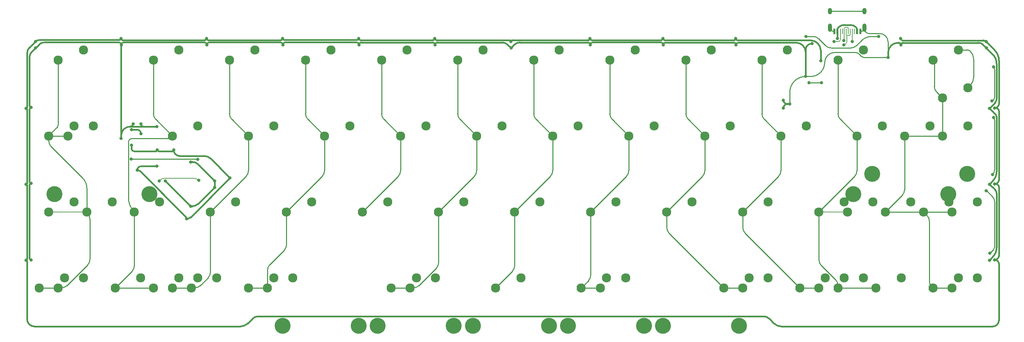
<source format=gbr>
%TF.GenerationSoftware,KiCad,Pcbnew,(7.0.0)*%
%TF.CreationDate,2024-05-15T17:05:44+02:00*%
%TF.ProjectId,forti usb port,666f7274-6920-4757-9362-20706f72742e,rev?*%
%TF.SameCoordinates,Original*%
%TF.FileFunction,Copper,L1,Top*%
%TF.FilePolarity,Positive*%
%FSLAX46Y46*%
G04 Gerber Fmt 4.6, Leading zero omitted, Abs format (unit mm)*
G04 Created by KiCad (PCBNEW (7.0.0)) date 2024-05-15 17:05:44*
%MOMM*%
%LPD*%
G01*
G04 APERTURE LIST*
%TA.AperFunction,SMDPad,CuDef*%
%ADD10R,0.600000X1.450000*%
%TD*%
%TA.AperFunction,SMDPad,CuDef*%
%ADD11R,0.280000X1.450000*%
%TD*%
%TA.AperFunction,ComponentPad*%
%ADD12O,1.000000X2.100000*%
%TD*%
%TA.AperFunction,ComponentPad*%
%ADD13O,1.000000X1.600000*%
%TD*%
%TA.AperFunction,ComponentPad*%
%ADD14C,2.300000*%
%TD*%
%TA.AperFunction,ComponentPad*%
%ADD15C,4.000000*%
%TD*%
%TA.AperFunction,ViaPad*%
%ADD16C,0.800000*%
%TD*%
%TA.AperFunction,Conductor*%
%ADD17C,0.200000*%
%TD*%
%TA.AperFunction,Conductor*%
%ADD18C,0.381000*%
%TD*%
%TA.AperFunction,Conductor*%
%ADD19C,0.250000*%
%TD*%
G04 APERTURE END LIST*
D10*
%TO.P,J1,A1,GND*%
%TO.N,GND*%
X237519114Y-31582499D03*
%TO.P,J1,A4,VBUS*%
%TO.N,VBUS*%
X236719114Y-31582499D03*
D11*
%TO.P,J1,A5,CC1*%
%TO.N,/CC1*%
X235519114Y-31582499D03*
%TO.P,J1,A6,D+*%
%TO.N,D_USB_P*%
X234519114Y-31582499D03*
%TO.P,J1,A7,D-*%
%TO.N,D_USB_N*%
X234019114Y-31582499D03*
%TO.P,J1,A8,SBU1*%
%TO.N,unconnected-(J1-SBU1-PadA8)*%
X233019114Y-31582499D03*
D10*
%TO.P,J1,A9,VBUS*%
%TO.N,VBUS*%
X231819114Y-31582499D03*
%TO.P,J1,A12,GND*%
%TO.N,GND*%
X231019114Y-31582499D03*
%TO.P,J1,B1,GND*%
X231019114Y-31582499D03*
%TO.P,J1,B4,VBUS*%
%TO.N,VBUS*%
X231819114Y-31582499D03*
D11*
%TO.P,J1,B5,CC2*%
%TO.N,/CC2*%
X232519114Y-31582499D03*
%TO.P,J1,B6,D+*%
%TO.N,D_USB_P*%
X233519114Y-31582499D03*
%TO.P,J1,B7,D-*%
%TO.N,D_USB_N*%
X235019114Y-31582499D03*
%TO.P,J1,B8,SBU2*%
%TO.N,unconnected-(J1-SBU2-PadB8)*%
X236019114Y-31582499D03*
D10*
%TO.P,J1,B9,VBUS*%
%TO.N,VBUS*%
X236719114Y-31582499D03*
%TO.P,J1,B12,GND*%
%TO.N,GND*%
X237519114Y-31582499D03*
D12*
%TO.P,J1,S1,SHIELD*%
X238589114Y-30667499D03*
D13*
X238589114Y-26487499D03*
D12*
X229949114Y-30667499D03*
D13*
X229949114Y-26487499D03*
%TD*%
D14*
%TO.P,MX51,1,1*%
%TO.N,COL9*%
X227171250Y-95885000D03*
%TO.P,MX51,2,2*%
%TO.N,Net-(D45-A)*%
X233521250Y-93345000D03*
%TD*%
%TO.P,MX23,1,1*%
%TO.N,COL10*%
X236696250Y-57785000D03*
%TO.P,MX23,2,2*%
%TO.N,Net-(D23-A)*%
X243046250Y-55245000D03*
%TD*%
%TO.P,MX55,1,1*%
%TO.N,COL11*%
X255746250Y-95885000D03*
%TO.P,MX55,2,2*%
%TO.N,Net-(D47-A)*%
X262096250Y-93345000D03*
%TD*%
%TO.P,MX43,1,1*%
%TO.N,COL2*%
X70008750Y-95885000D03*
%TO.P,MX43,2,2*%
%TO.N,Net-(D39-A)*%
X76358750Y-93345000D03*
%TD*%
%TO.P,MXshift2.1,1,1*%
%TO.N,COL0*%
X43815000Y-76835000D03*
%TO.P,MXshift2.1,2,2*%
%TO.N,Net-(D25-A)*%
X50165000Y-74295000D03*
%TD*%
%TO.P,MX27,1,1*%
%TO.N,COL2*%
X74771250Y-76835000D03*
%TO.P,MX27,2,2*%
%TO.N,Net-(D27-A)*%
X81121250Y-74295000D03*
%TD*%
%TO.P,MX11,1,1*%
%TO.N,COL10*%
X231933750Y-38735000D03*
%TO.P,MX11,2,2*%
%TO.N,Net-(D11-A)*%
X238283750Y-36195000D03*
%TD*%
%TO.P,MX46,1,1*%
%TO.N,COL3*%
X84296250Y-95885000D03*
%TO.P,MX46,2,2*%
%TO.N,Net-(D40-A)*%
X90646250Y-93345000D03*
%TD*%
%TO.P,MXenter2.1,1,1*%
%TO.N,COL11*%
X248602500Y-57785000D03*
%TO.P,MXenter2.1,2,2*%
%TO.N,Net-(D24-A)*%
X254952500Y-55245000D03*
%TD*%
D15*
%TO.P,S2,*%
%TO.N,*%
X207168750Y-105410000D03*
X92868750Y-105410000D03*
%TD*%
D14*
%TO.P,MX49,1,1*%
%TO.N,COL8*%
X208121250Y-95885000D03*
%TO.P,MX49,2,2*%
%TO.N,Net-(D44-A)*%
X214471250Y-93345000D03*
%TD*%
%TO.P,MX31,1,1*%
%TO.N,COL6*%
X150971250Y-76835000D03*
%TO.P,MX31,2,2*%
%TO.N,Net-(D31-A)*%
X157321250Y-74295000D03*
%TD*%
%TO.P,MX16,1,1*%
%TO.N,COL3*%
X103346250Y-57785000D03*
%TO.P,MX16,2,2*%
%TO.N,Net-(D16-A)*%
X109696250Y-55245000D03*
%TD*%
%TO.P,MX38,1,1*%
%TO.N,COL11*%
X260508750Y-76835000D03*
%TO.P,MX38,2,2*%
%TO.N,Net-(D36-A)*%
X266858750Y-74295000D03*
%TD*%
%TO.P,MX35,1,1*%
%TO.N,COL10*%
X227171250Y-76835000D03*
%TO.P,MX35,2,2*%
%TO.N,Net-(D35-A)*%
X233521250Y-74295000D03*
%TD*%
%TO.P,MXsplit2.75(1)1,1,1*%
%TO.N,COL7*%
X167640000Y-95885000D03*
%TO.P,MXsplit2.75(1)1,2,2*%
%TO.N,Net-(D43-A)*%
X173990000Y-93345000D03*
%TD*%
D15*
%TO.P,shift2.2,*%
%TO.N,*%
X35718750Y-72390000D03*
X59531250Y-72390000D03*
%TD*%
D14*
%TO.P,MX8,1,1*%
%TO.N,COL7*%
X174783750Y-38735000D03*
%TO.P,MX8,2,2*%
%TO.N,Net-(D8-A)*%
X181133750Y-36195000D03*
%TD*%
%TO.P,MX13,1,1*%
%TO.N,COL0*%
X39052500Y-57785000D03*
%TO.P,MX13,2,2*%
%TO.N,Net-(D13-A)*%
X45402500Y-55245000D03*
%TD*%
%TO.P,MX32,1,1*%
%TO.N,COL7*%
X170021250Y-76835000D03*
%TO.P,MX32,2,2*%
%TO.N,Net-(D32-A)*%
X176371250Y-74295000D03*
%TD*%
%TO.P,MXISO1,1,1*%
%TO.N,COL11*%
X258127500Y-48260000D03*
%TO.P,MXISO1,2,2*%
%TO.N,Net-(D12-A)*%
X264477500Y-45720000D03*
%TD*%
%TO.P,MX21,1,1*%
%TO.N,COL8*%
X198596250Y-57785000D03*
%TO.P,MX21,2,2*%
%TO.N,Net-(D21-A)*%
X204946250Y-55245000D03*
%TD*%
%TO.P,MXsplit2.1,1,1*%
%TO.N,COL5*%
X124777500Y-95885000D03*
%TO.P,MXsplit2.1,2,2*%
%TO.N,Net-(D41-A)*%
X131127500Y-93345000D03*
%TD*%
%TO.P,MX4,1,1*%
%TO.N,COL3*%
X98583750Y-38735000D03*
%TO.P,MX4,2,2*%
%TO.N,Net-(D4-A)*%
X104933750Y-36195000D03*
%TD*%
%TO.P,MX45,1,1*%
%TO.N,COL3*%
X89058750Y-95885000D03*
%TO.P,MX45,2,2*%
%TO.N,Net-(D40-A)*%
X95408750Y-93345000D03*
%TD*%
%TO.P,MX30,1,1*%
%TO.N,COL5*%
X131921250Y-76835000D03*
%TO.P,MX30,2,2*%
%TO.N,Net-(D30-A)*%
X138271250Y-74295000D03*
%TD*%
%TO.P,MX1,1,1*%
%TO.N,COL0*%
X36671250Y-38735000D03*
%TO.P,MX1,2,2*%
%TO.N,Net-(D1-A)*%
X43021250Y-36195000D03*
%TD*%
%TO.P,MX34,1,1*%
%TO.N,COL9*%
X208121250Y-76835000D03*
%TO.P,MX34,2,2*%
%TO.N,Net-(D34-A)*%
X214471250Y-74295000D03*
%TD*%
%TO.P,MX25,1,1*%
%TO.N,COL0*%
X34290000Y-76835000D03*
%TO.P,MX25,2,2*%
%TO.N,Net-(D25-A)*%
X40640000Y-74295000D03*
%TD*%
D15*
%TO.P,enter2.1,*%
%TO.N,*%
X264318750Y-67310000D03*
X240506250Y-67310000D03*
%TD*%
D14*
%TO.P,MX29,1,1*%
%TO.N,COL4*%
X112871250Y-76835000D03*
%TO.P,MX29,2,2*%
%TO.N,Net-(D29-A)*%
X119221250Y-74295000D03*
%TD*%
%TO.P,MX53,1,1*%
%TO.N,COL10*%
X231933750Y-95885000D03*
%TO.P,MX53,2,2*%
%TO.N,Net-(D46-A)*%
X238283750Y-93345000D03*
%TD*%
%TO.P,MX22,1,1*%
%TO.N,COL9*%
X217646250Y-57785000D03*
%TO.P,MX22,2,2*%
%TO.N,Net-(D22-A)*%
X223996250Y-55245000D03*
%TD*%
%TO.P,MX17,1,1*%
%TO.N,COL4*%
X122396250Y-57785000D03*
%TO.P,MX17,2,2*%
%TO.N,Net-(D17-A)*%
X128746250Y-55245000D03*
%TD*%
%TO.P,MX47,1,1*%
%TO.N,COL6*%
X146208750Y-95885000D03*
%TO.P,MX47,2,2*%
%TO.N,Net-(D42-A)*%
X152558750Y-93345000D03*
%TD*%
D15*
%TO.P,S1,*%
%TO.N,*%
X135731250Y-105410000D03*
X111918750Y-105410000D03*
%TD*%
D14*
%TO.P,MX44,1,1*%
%TO.N,COL2*%
X65246250Y-95885000D03*
%TO.P,MX44,2,2*%
%TO.N,Net-(D39-A)*%
X71596250Y-93345000D03*
%TD*%
%TO.P,MX36,1,1*%
%TO.N,COL10*%
X234315000Y-76835000D03*
%TO.P,MX36,2,2*%
%TO.N,Net-(D35-A)*%
X240665000Y-74295000D03*
%TD*%
%TO.P,MX26,1,1*%
%TO.N,COL1*%
X55721250Y-76835000D03*
%TO.P,MX26,2,2*%
%TO.N,Net-(D26-A)*%
X62071250Y-74295000D03*
%TD*%
%TO.P,MX3,1,1*%
%TO.N,COL2*%
X79533750Y-38735000D03*
%TO.P,MX3,2,2*%
%TO.N,Net-(D3-A)*%
X85883750Y-36195000D03*
%TD*%
D15*
%TO.P,S4,*%
%TO.N,*%
X188118750Y-105410000D03*
X164306250Y-105410000D03*
%TD*%
D14*
%TO.P,MX37,1,1*%
%TO.N,COL11*%
X253365000Y-76835000D03*
%TO.P,MX37,2,2*%
%TO.N,Net-(D36-A)*%
X259715000Y-74295000D03*
%TD*%
%TO.P,MX24,1,1*%
%TO.N,COL11*%
X258127500Y-57785000D03*
%TO.P,MX24,2,2*%
%TO.N,Net-(D24-A)*%
X264477500Y-55245000D03*
%TD*%
D15*
%TO.P,S3,*%
%TO.N,*%
X183356250Y-105410000D03*
X159543750Y-105410000D03*
%TD*%
D14*
%TO.P,MX42,1,1*%
%TO.N,COL1*%
X60483750Y-95885000D03*
%TO.P,MX42,2,2*%
%TO.N,Net-(D38-A)*%
X66833750Y-93345000D03*
%TD*%
%TO.P,MX33,1,1*%
%TO.N,COL8*%
X189071250Y-76835000D03*
%TO.P,MX33,2,2*%
%TO.N,Net-(D33-A)*%
X195421250Y-74295000D03*
%TD*%
%TO.P,MX5,1,1*%
%TO.N,COL4*%
X117633750Y-38735000D03*
%TO.P,MX5,2,2*%
%TO.N,Net-(D5-A)*%
X123983750Y-36195000D03*
%TD*%
%TO.P,MX50,1,1*%
%TO.N,COL9*%
X222408750Y-95885000D03*
%TO.P,MX50,2,2*%
%TO.N,Net-(D45-A)*%
X228758750Y-93345000D03*
%TD*%
D15*
%TO.P,S5,*%
%TO.N,*%
X140493750Y-105410000D03*
X116681250Y-105410000D03*
%TD*%
D14*
%TO.P,MXsplit2.25(1)1,1,1*%
%TO.N,COL5*%
X120015000Y-95885000D03*
%TO.P,MXsplit2.25(1)1,2,2*%
%TO.N,Net-(D41-A)*%
X126365000Y-93345000D03*
%TD*%
%TO.P,MX28,1,1*%
%TO.N,COL3*%
X93821250Y-76835000D03*
%TO.P,MX28,2,2*%
%TO.N,Net-(D28-A)*%
X100171250Y-74295000D03*
%TD*%
%TO.P,MX18,1,1*%
%TO.N,COL5*%
X141446250Y-57785000D03*
%TO.P,MX18,2,2*%
%TO.N,Net-(D18-A)*%
X147796250Y-55245000D03*
%TD*%
%TO.P,MXcaps1,1,1*%
%TO.N,COL0*%
X34290000Y-57785000D03*
%TO.P,MXcaps1,2,2*%
%TO.N,Net-(D13-A)*%
X40640000Y-55245000D03*
%TD*%
%TO.P,MX40,1,1*%
%TO.N,COL0*%
X36671250Y-95885000D03*
%TO.P,MX40,2,2*%
%TO.N,Net-(D37-A)*%
X43021250Y-93345000D03*
%TD*%
%TO.P,MX15,1,1*%
%TO.N,COL2*%
X84296250Y-57785000D03*
%TO.P,MX15,2,2*%
%TO.N,Net-(D15-A)*%
X90646250Y-55245000D03*
%TD*%
%TO.P,MX54,1,1*%
%TO.N,COL11*%
X260508750Y-95885000D03*
%TO.P,MX54,2,2*%
%TO.N,Net-(D47-A)*%
X266858750Y-93345000D03*
%TD*%
%TO.P,MX39,1,1*%
%TO.N,COL0*%
X31908750Y-95885000D03*
%TO.P,MX39,2,2*%
%TO.N,Net-(D37-A)*%
X38258750Y-93345000D03*
%TD*%
D15*
%TO.P,shift2.1,*%
%TO.N,*%
X235743750Y-72390000D03*
X259556250Y-72390000D03*
%TD*%
D14*
%TO.P,MX10,1,1*%
%TO.N,COL9*%
X212883750Y-38735000D03*
%TO.P,MX10,2,2*%
%TO.N,Net-(D10-A)*%
X219233750Y-36195000D03*
%TD*%
%TO.P,MX9,1,1*%
%TO.N,COL8*%
X193833750Y-38735000D03*
%TO.P,MX9,2,2*%
%TO.N,Net-(D9-A)*%
X200183750Y-36195000D03*
%TD*%
%TO.P,MX52,1,1*%
%TO.N,COL10*%
X241458750Y-95885000D03*
%TO.P,MX52,2,2*%
%TO.N,Net-(D46-A)*%
X247808750Y-93345000D03*
%TD*%
%TO.P,MX20,1,1*%
%TO.N,COL7*%
X179546250Y-57785000D03*
%TO.P,MX20,2,2*%
%TO.N,Net-(D20-A)*%
X185896250Y-55245000D03*
%TD*%
%TO.P,MX6,1,1*%
%TO.N,COL5*%
X136683750Y-38735000D03*
%TO.P,MX6,2,2*%
%TO.N,Net-(D6-A)*%
X143033750Y-36195000D03*
%TD*%
%TO.P,MXshift2.2,1,1*%
%TO.N,COL11*%
X243840000Y-76835000D03*
%TO.P,MXshift2.2,2,2*%
%TO.N,Net-(D36-A)*%
X250190000Y-74295000D03*
%TD*%
%TO.P,MX12,1,1*%
%TO.N,COL11*%
X255746250Y-38735000D03*
%TO.P,MX12,2,2*%
%TO.N,Net-(D12-A)*%
X262096250Y-36195000D03*
%TD*%
%TO.P,MX19,1,1*%
%TO.N,COL6*%
X160496250Y-57785000D03*
%TO.P,MX19,2,2*%
%TO.N,Net-(D19-A)*%
X166846250Y-55245000D03*
%TD*%
%TO.P,MXsplit2.2,1,1*%
%TO.N,COL7*%
X172402500Y-95885000D03*
%TO.P,MXsplit2.2,2,2*%
%TO.N,Net-(D43-A)*%
X178752500Y-93345000D03*
%TD*%
%TO.P,MX7,1,1*%
%TO.N,COL6*%
X155733750Y-38735000D03*
%TO.P,MX7,2,2*%
%TO.N,Net-(D7-A)*%
X162083750Y-36195000D03*
%TD*%
%TO.P,MX14,1,1*%
%TO.N,COL1*%
X65246250Y-57785000D03*
%TO.P,MX14,2,2*%
%TO.N,Net-(D14-A)*%
X71596250Y-55245000D03*
%TD*%
%TO.P,MX48,1,1*%
%TO.N,COL8*%
X203358750Y-95885000D03*
%TO.P,MX48,2,2*%
%TO.N,Net-(D44-A)*%
X209708750Y-93345000D03*
%TD*%
%TO.P,MX41,1,1*%
%TO.N,COL1*%
X50958750Y-95885000D03*
%TO.P,MX41,2,2*%
%TO.N,Net-(D38-A)*%
X57308750Y-93345000D03*
%TD*%
%TO.P,MX2,1,1*%
%TO.N,COL1*%
X60483750Y-38735000D03*
%TO.P,MX2,2,2*%
%TO.N,Net-(D2-A)*%
X66833750Y-36195000D03*
%TD*%
D16*
%TO.N,/CC2*%
X230981250Y-34131250D03*
%TO.N,GND*%
X225397677Y-34623544D03*
%TO.N,ROW0*%
X227806250Y-44450000D03*
X224635000Y-44450000D03*
%TO.N,ROW1*%
X71558211Y-63675454D03*
X54956738Y-63571782D03*
%TO.N,GND*%
X223837500Y-42862500D03*
X247684500Y-34925000D03*
X131003250Y-34925000D03*
X29883814Y-50642812D03*
X61383494Y-65360784D03*
X218273122Y-48819724D03*
X30990750Y-35718750D03*
X61335259Y-55462097D03*
X92903250Y-34925000D03*
X52411566Y-58375816D03*
X29883814Y-69692812D03*
X29883814Y-88865500D03*
X269875000Y-69884500D03*
X269115750Y-35718750D03*
X55007705Y-60122198D03*
X73853250Y-34925000D03*
X269875000Y-88934500D03*
X244475000Y-38100000D03*
X111953250Y-34925000D03*
X52422000Y-34925000D03*
X219874863Y-49742270D03*
X57354816Y-54768750D03*
X65570925Y-61316672D03*
X269875000Y-50834500D03*
X206409500Y-34925000D03*
X79670438Y-68278415D03*
X150053250Y-35718750D03*
X61475875Y-61238510D03*
X188153250Y-34925000D03*
X55405816Y-54768750D03*
X68830511Y-78563503D03*
X169897000Y-34925000D03*
X56445750Y-66353872D03*
X218281250Y-50800000D03*
%TO.N,+5V*%
X55025604Y-56208449D03*
X269046750Y-34131250D03*
X149984250Y-34131250D03*
X227618366Y-38893750D03*
X57354816Y-57173331D03*
X52353000Y-33337500D03*
X188084250Y-33337500D03*
X247615500Y-33337500D03*
X28575000Y-50834500D03*
X169828000Y-33337500D03*
X73784250Y-33337500D03*
X28575000Y-69884500D03*
X271188102Y-88843284D03*
X92834250Y-33337500D03*
X130934250Y-33337500D03*
X28575000Y-88934500D03*
X30921750Y-34131250D03*
X111884250Y-33337500D03*
X271175292Y-50765500D03*
X206340500Y-33337500D03*
X271164078Y-69815500D03*
%TO.N,+3V3*%
X69850000Y-64293750D03*
X69850000Y-75406250D03*
X63500000Y-69056250D03*
X75828969Y-69056250D03*
X75828969Y-70643750D03*
%TO.N,VBUS*%
X231805189Y-33352069D03*
%TO.N,/CC1*%
X235519115Y-34131250D03*
%TO.N,D_USB_P*%
X233362500Y-33804800D03*
%TO.N,D_USB_N*%
X233362500Y-34925000D03*
%TO.N,BOOT0*%
X71850104Y-68930176D03*
X61912500Y-69056250D03*
%TO.N,Net-(LED13-DOUT)*%
X223871660Y-32817034D03*
X242122573Y-32818685D03*
%TO.N,Net-(LED15-DOUT)*%
X270885250Y-40481250D03*
X270495777Y-49011973D03*
%TO.N,Net-(LED16-DOUT)*%
X270885250Y-53181250D03*
X270668750Y-67468750D03*
%TO.N,Net-(LED17-DOUT)*%
X269960000Y-87218558D03*
X269081250Y-71531750D03*
%TD*%
D17*
%TO.N,/CC1*%
X235519115Y-34131250D02*
X235519115Y-31582500D01*
%TO.N,/CC2*%
X232519115Y-33628093D02*
X232519115Y-31582500D01*
X230981250Y-34131250D02*
X232015958Y-34131250D01*
X232015958Y-34131215D02*
G75*
G03*
X232519115Y-33628093I42J503115D01*
G01*
%TO.N,D_USB_P*%
X233519115Y-31582500D02*
X233519115Y-33648185D01*
X233362500Y-33804815D02*
G75*
G03*
X233519115Y-33648185I0J156615D01*
G01*
X234519115Y-31582500D02*
X234519115Y-30784514D01*
X234519100Y-30784514D02*
G75*
G03*
X234292101Y-30557500I-227000J14D01*
G01*
X233720763Y-30557500D02*
X234292101Y-30557500D01*
X233720763Y-30557415D02*
G75*
G03*
X233519115Y-30759148I37J-201685D01*
G01*
X233519115Y-31582500D02*
X233519115Y-30759148D01*
%TO.N,D_USB_N*%
X234156250Y-34131250D02*
X234156250Y-32671250D01*
X234220000Y-32607550D02*
G75*
G03*
X234156250Y-32671250I0J-63750D01*
G01*
X233362500Y-34924950D02*
G75*
G03*
X234156250Y-34131250I0J793750D01*
G01*
X234803206Y-32607515D02*
G75*
G03*
X235019115Y-32391591I-6J215915D01*
G01*
X235019115Y-31582500D02*
X235019115Y-32391591D01*
X234220000Y-32607500D02*
X234803206Y-32607500D01*
X234019100Y-32406615D02*
G75*
G03*
X234220000Y-32607500I200900J15D01*
G01*
X234019115Y-31582500D02*
X234019115Y-32406615D01*
D18*
%TO.N,GND*%
X223837500Y-42862500D02*
X223837500Y-36762969D01*
X206952470Y-34382000D02*
G75*
G03*
X206409500Y-34925000I30J-543000D01*
G01*
X223837570Y-36762969D02*
G75*
G03*
X221456561Y-34382030I-2380970J-31D01*
G01*
X221456561Y-34382030D02*
X206952470Y-34382030D01*
X223824285Y-36512500D02*
X223824285Y-36196960D01*
X225397677Y-34623585D02*
G75*
G03*
X223824285Y-36196960I23J-1573415D01*
G01*
D19*
X238589115Y-30667500D02*
X238589115Y-30970300D01*
D18*
%TO.N,VBUS*%
X231805189Y-33352069D02*
X231805189Y-31175709D01*
X232076010Y-30521893D02*
G75*
G03*
X231805189Y-31175709I653790J-653807D01*
G01*
D19*
%TO.N,GND*%
X229949115Y-26487500D02*
X238589115Y-26487500D01*
D18*
%TO.N,VBUS*%
X233490222Y-29936120D02*
G75*
G03*
X232076009Y-30521892I-22J-1999980D01*
G01*
D19*
%TO.N,ROW0*%
X224635000Y-44450000D02*
X227806250Y-44450000D01*
%TO.N,Net-(D12-A)*%
X265906250Y-38516476D02*
X265906250Y-43056465D01*
X265033125Y-45164375D02*
X264477500Y-45720000D01*
X262096250Y-36195000D02*
X264258294Y-36195000D01*
X265906259Y-38516476D02*
G75*
G03*
X265086814Y-36538186I-2797759J-24D01*
G01*
X265033146Y-45164396D02*
G75*
G03*
X265906250Y-43056465I-2107946J2107896D01*
G01*
X265086817Y-36538183D02*
G75*
G03*
X264258294Y-36195000I-828517J-828517D01*
G01*
%TO.N,ROW1*%
X71451507Y-63568750D02*
X71558211Y-63675454D01*
X55041176Y-63568750D02*
X71451507Y-63568750D01*
X55041176Y-63568750D02*
X54964057Y-63568750D01*
X54964057Y-63568720D02*
G75*
G03*
X54956738Y-63571782I43J-10380D01*
G01*
%TO.N,COL0*%
X44022963Y-90120787D02*
X38844536Y-95299214D01*
X34290000Y-57785000D02*
X39052500Y-57785000D01*
X43815000Y-70861007D02*
X43815000Y-76835000D01*
X36446495Y-55496495D02*
X34383346Y-57559644D01*
X36671250Y-95885000D02*
X31908750Y-95885000D01*
D17*
X34290000Y-76835000D02*
X43815000Y-76835000D01*
D19*
X34290000Y-57785000D02*
X34290000Y-59036704D01*
X44608750Y-78751282D02*
X44608750Y-88706573D01*
X31908750Y-95885000D02*
X37430323Y-95885000D01*
X34875787Y-60450918D02*
X42774934Y-68350066D01*
X36671250Y-38735000D02*
X36671250Y-54953889D01*
X34383346Y-57559644D02*
G75*
G03*
X34290000Y-57785000I225354J-225356D01*
G01*
X43814996Y-70861007D02*
G75*
G03*
X42774933Y-68350067I-3550996J7D01*
G01*
X34289998Y-59036704D02*
G75*
G03*
X34875788Y-60450917I2000002J4D01*
G01*
X44608757Y-78751282D02*
G75*
G03*
X43815000Y-76835000I-2710057J-18D01*
G01*
X37430323Y-95885016D02*
G75*
G03*
X38844536Y-95299214I-23J2000016D01*
G01*
X36446498Y-55496498D02*
G75*
G03*
X36671250Y-54953889I-542598J542598D01*
G01*
X44022966Y-90120790D02*
G75*
G03*
X44608750Y-88706573I-1414166J1414190D01*
G01*
%TO.N,COL1*%
X54231738Y-73239000D02*
X54231738Y-59391482D01*
X60483750Y-95885000D02*
X50958750Y-95885000D01*
X60483750Y-38735000D02*
X60483750Y-52194073D01*
X55135463Y-91708287D02*
X50958750Y-95885000D01*
X55721250Y-76835000D02*
X55721250Y-90294073D01*
X61069537Y-53608287D02*
X65246250Y-57785000D01*
X55203220Y-58420000D02*
X64611250Y-58420000D01*
X54231724Y-73239000D02*
G75*
G03*
X55721250Y-76835000I5085476J0D01*
G01*
X55203220Y-58420038D02*
G75*
G03*
X54231738Y-59391482I-20J-971462D01*
G01*
X60483755Y-52194073D02*
G75*
G03*
X61069537Y-53608287I1999945J-27D01*
G01*
X55135466Y-91708290D02*
G75*
G03*
X55721250Y-90294073I-1414166J1414190D01*
G01*
X64611250Y-58419950D02*
G75*
G03*
X65246250Y-57785000I50J634950D01*
G01*
%TO.N,COL2*%
X74185463Y-93334632D02*
X72220881Y-95299214D01*
X80119537Y-53608287D02*
X84296250Y-57785000D01*
X74771250Y-76835000D02*
X74771250Y-91920418D01*
X70008750Y-95885000D02*
X65246250Y-95885000D01*
X84296250Y-57785000D02*
X84296250Y-66481573D01*
X83710463Y-67895787D02*
X74771250Y-76835000D01*
X79533750Y-38735000D02*
X79533750Y-52194073D01*
X70806668Y-95885000D02*
X70008750Y-95885000D01*
X79533755Y-52194073D02*
G75*
G03*
X80119537Y-53608287I1999945J-27D01*
G01*
X70806668Y-95884977D02*
G75*
G03*
X72220881Y-95299214I32J1999977D01*
G01*
X83710466Y-67895790D02*
G75*
G03*
X84296250Y-66481573I-1414166J1414190D01*
G01*
X74185444Y-93334613D02*
G75*
G03*
X74771250Y-91920418I-1414144J1414213D01*
G01*
%TO.N,COL3*%
X99169537Y-53608287D02*
X103346250Y-57785000D01*
X93235463Y-86453156D02*
X89644536Y-90044083D01*
X98583750Y-38735000D02*
X98583750Y-52194073D01*
X93821250Y-76835000D02*
X93821250Y-85038942D01*
X103346250Y-57785000D02*
X103346250Y-66481573D01*
X89058750Y-95885000D02*
X84296250Y-95885000D01*
X89058750Y-91458296D02*
X89058750Y-95885000D01*
X102760463Y-67895787D02*
X93821250Y-76835000D01*
X93235432Y-86453125D02*
G75*
G03*
X93821250Y-85038942I-1414132J1414225D01*
G01*
X102760466Y-67895790D02*
G75*
G03*
X103346250Y-66481573I-1414166J1414190D01*
G01*
X89644548Y-90044095D02*
G75*
G03*
X89058750Y-91458296I1414152J-1414205D01*
G01*
X98583755Y-52194073D02*
G75*
G03*
X99169537Y-53608287I1999945J-27D01*
G01*
%TO.N,COL4*%
X117633750Y-38735000D02*
X117633750Y-52194073D01*
X118219537Y-53608287D02*
X122396250Y-57785000D01*
X121810463Y-67895787D02*
X112871250Y-76835000D01*
X122396250Y-57785000D02*
X122396250Y-66481573D01*
X117633755Y-52194073D02*
G75*
G03*
X118219537Y-53608287I1999945J-27D01*
G01*
X121810466Y-67895790D02*
G75*
G03*
X122396250Y-66481573I-1414166J1414190D01*
G01*
%TO.N,COL5*%
X124777500Y-95885000D02*
X120015000Y-95885000D01*
X131335463Y-90953382D02*
X126989631Y-95299214D01*
X141446250Y-57785000D02*
X141446250Y-66481573D01*
X137269537Y-53608287D02*
X141446250Y-57785000D01*
X131921250Y-76835000D02*
X131921250Y-89539168D01*
X125575418Y-95885000D02*
X124777500Y-95885000D01*
X140860463Y-67895787D02*
X131921250Y-76835000D01*
X136683750Y-38735000D02*
X136683750Y-52194073D01*
X125575418Y-95885012D02*
G75*
G03*
X126989631Y-95299214I-18J2000012D01*
G01*
X131335469Y-90953388D02*
G75*
G03*
X131921250Y-89539168I-1414169J1414188D01*
G01*
X136683755Y-52194073D02*
G75*
G03*
X137269537Y-53608287I1999945J-27D01*
G01*
X140860466Y-67895790D02*
G75*
G03*
X141446250Y-66481573I-1414166J1414190D01*
G01*
%TO.N,COL6*%
X150385463Y-91708287D02*
X146208750Y-95885000D01*
X150971250Y-76835000D02*
X150971250Y-90294073D01*
X159910463Y-67895787D02*
X150971250Y-76835000D01*
X156319537Y-53608287D02*
X160496250Y-57785000D01*
X155733750Y-38735000D02*
X155733750Y-52194073D01*
X160496250Y-57785000D02*
X160496250Y-66481573D01*
X150385466Y-91708290D02*
G75*
G03*
X150971250Y-90294073I-1414166J1414190D01*
G01*
X155733755Y-52194073D02*
G75*
G03*
X156319537Y-53608287I1999945J-27D01*
G01*
X159910466Y-67895790D02*
G75*
G03*
X160496250Y-66481573I-1414166J1414190D01*
G01*
%TO.N,COL7*%
X175369537Y-53608287D02*
X179546250Y-57785000D01*
X178960463Y-67895787D02*
X170021250Y-76835000D01*
X170021250Y-76835000D02*
X170021250Y-92675323D01*
X174783750Y-38735000D02*
X174783750Y-52194073D01*
X179546250Y-57785000D02*
X179546250Y-66481573D01*
X167640000Y-95885000D02*
X172402500Y-95885000D01*
X169435463Y-94089537D02*
X167640000Y-95885000D01*
X169435441Y-94089515D02*
G75*
G03*
X170021250Y-92675323I-1414141J1414215D01*
G01*
X174783755Y-52194073D02*
G75*
G03*
X175369537Y-53608287I1999945J-27D01*
G01*
X178960466Y-67895790D02*
G75*
G03*
X179546250Y-66481573I-1414166J1414190D01*
G01*
%TO.N,COL8*%
X198596250Y-57785000D02*
X198596250Y-66481573D01*
X203358750Y-95885000D02*
X208121250Y-95885000D01*
X189657037Y-82183287D02*
X203358750Y-95885000D01*
X193833750Y-38735000D02*
X193833750Y-52194073D01*
X194419537Y-53608287D02*
X198596250Y-57785000D01*
X198010463Y-67895787D02*
X189071250Y-76835000D01*
X189071250Y-76835000D02*
X189071250Y-80769073D01*
X189071255Y-80769073D02*
G75*
G03*
X189657037Y-82183287I1999945J-27D01*
G01*
X193833755Y-52194073D02*
G75*
G03*
X194419537Y-53608287I1999945J-27D01*
G01*
X198010466Y-67895790D02*
G75*
G03*
X198596250Y-66481573I-1414166J1414190D01*
G01*
%TO.N,COL9*%
X208121250Y-76835000D02*
X208121250Y-80769073D01*
X217646250Y-57785000D02*
X217646250Y-66481573D01*
X217060463Y-67895787D02*
X208121250Y-76835000D01*
X212883750Y-38735000D02*
X212883750Y-52194073D01*
X222408750Y-95885000D02*
X227171250Y-95885000D01*
X213469537Y-53608287D02*
X217646250Y-57785000D01*
X208707037Y-82183287D02*
X222408750Y-95885000D01*
X217060466Y-67895790D02*
G75*
G03*
X217646250Y-66481573I-1414166J1414190D01*
G01*
X212883755Y-52194073D02*
G75*
G03*
X213469537Y-53608287I1999945J-27D01*
G01*
X208121255Y-80769073D02*
G75*
G03*
X208707037Y-82183287I1999945J-27D01*
G01*
%TO.N,COL10*%
X227757037Y-90257321D02*
X231347964Y-93848248D01*
X236110463Y-67895787D02*
X227171250Y-76835000D01*
X231933750Y-38735000D02*
X231933750Y-52194073D01*
X231933750Y-95885000D02*
X241458750Y-95885000D01*
D17*
X227171250Y-76835000D02*
X234315000Y-76835000D01*
D19*
X231933750Y-95262461D02*
X231933750Y-95885000D01*
X236696250Y-57785000D02*
X236696250Y-66481573D01*
X227171250Y-76835000D02*
X227171250Y-88843107D01*
X232519537Y-53608287D02*
X236696250Y-57785000D01*
X231933755Y-52194073D02*
G75*
G03*
X232519537Y-53608287I1999945J-27D01*
G01*
X227171231Y-88843107D02*
G75*
G03*
X227757037Y-90257321I1999969J7D01*
G01*
X236110466Y-67895790D02*
G75*
G03*
X236696250Y-66481573I-1414166J1414190D01*
G01*
X231933792Y-95262461D02*
G75*
G03*
X231347964Y-93848248I-1999992J-39D01*
G01*
%TO.N,COL11*%
X248602500Y-57785000D02*
X248602500Y-71244073D01*
X256051400Y-45355473D02*
X256051400Y-39687500D01*
X254806100Y-79104527D02*
X254806100Y-94116423D01*
X243840000Y-76835000D02*
X253365000Y-76835000D01*
X256051400Y-39687500D02*
X256051400Y-38735000D01*
X248016713Y-72658287D02*
X243840000Y-76835000D01*
X255391887Y-95530637D02*
X255746250Y-95885000D01*
X253365000Y-76835000D02*
X254220314Y-77690314D01*
X256637187Y-46769687D02*
X258127500Y-48260000D01*
X255746250Y-95885000D02*
X260508750Y-95885000D01*
X253365000Y-76835000D02*
X260508750Y-76835000D01*
X248602500Y-57785000D02*
X258127500Y-57785000D01*
X258127500Y-48260000D02*
X258127500Y-57785000D01*
X254806080Y-79104527D02*
G75*
G03*
X254220313Y-77690315I-1999980J27D01*
G01*
X254806084Y-94116423D02*
G75*
G03*
X255391887Y-95530637I2000016J23D01*
G01*
X256051420Y-45355473D02*
G75*
G03*
X256637188Y-46769686I1999980J-27D01*
G01*
X248016727Y-72658301D02*
G75*
G03*
X248602500Y-71244073I-1414227J1414201D01*
G01*
D18*
%TO.N,GND*%
X61291111Y-55417949D02*
X57943750Y-55417949D01*
X69777679Y-78171173D02*
X79670438Y-68278415D01*
X271675250Y-66685240D02*
X271675250Y-54270741D01*
X271675750Y-54253919D02*
X271675749Y-52965834D01*
D19*
X237519115Y-31549800D02*
X237674115Y-31549800D01*
X244475000Y-38100000D02*
X238514178Y-38100000D01*
D18*
X72409094Y-34309094D02*
X73237344Y-34309094D01*
X219338980Y-49742270D02*
X219874863Y-49742270D01*
D19*
X236163100Y-36830000D02*
X231140000Y-36830000D01*
D18*
X72405476Y-34305653D02*
X53041347Y-34305653D01*
X152287183Y-34313244D02*
X169285244Y-34313244D01*
D19*
X237306324Y-37303539D02*
X237811884Y-37809100D01*
D18*
X248209720Y-34399780D02*
X267078402Y-34399780D01*
X268304750Y-34907750D02*
X269115750Y-35718750D01*
X150053250Y-35718750D02*
X150872969Y-34899031D01*
D19*
X223837500Y-42862500D02*
X225107500Y-42862500D01*
D18*
X31767250Y-34942250D02*
X31835140Y-34874360D01*
X29450635Y-51075991D02*
X29450635Y-69259633D01*
X31767250Y-34942250D02*
X30990750Y-35718750D01*
X269875000Y-50834500D02*
X271240025Y-49469475D01*
X110499984Y-34299984D02*
X110503444Y-34303444D01*
X29446365Y-70130261D02*
X29446365Y-88428051D01*
X112556950Y-34321300D02*
X130399550Y-34321300D01*
X52411566Y-57704551D02*
X52411566Y-57943750D01*
X57354816Y-54768750D02*
X57354816Y-54829015D01*
X74911011Y-63518989D02*
X79670438Y-68278415D01*
X110503444Y-34303444D02*
X111331694Y-34303444D01*
X33249354Y-34288573D02*
X51785573Y-34288573D01*
D19*
X231019115Y-31549800D02*
X230864115Y-31549800D01*
D18*
X54768750Y-55417949D02*
X54698168Y-55417949D01*
D19*
X244475000Y-38100000D02*
X244475000Y-34188091D01*
D18*
X271288816Y-71298316D02*
X269875000Y-69884500D01*
X269875000Y-69884500D02*
X270686000Y-69073500D01*
X271675250Y-48418750D02*
X271675250Y-39714595D01*
X247159280Y-34399780D02*
X247010456Y-34399780D01*
X170512551Y-34309449D02*
X187537699Y-34309449D01*
X57173464Y-66651536D02*
X68650255Y-78128327D01*
D19*
X239712500Y-32093685D02*
X242380594Y-32093685D01*
D18*
X61877865Y-61640500D02*
X65247097Y-61640500D01*
X54973355Y-60917299D02*
X54973355Y-60156548D01*
X52411566Y-34950189D02*
X52411566Y-57943750D01*
D19*
X219874863Y-49742270D02*
X219874863Y-46825137D01*
D18*
X270675064Y-37299936D02*
X269131216Y-35756088D01*
X271675250Y-54270741D02*
X271675750Y-54253919D01*
X31767250Y-34942250D02*
X30031667Y-36677833D01*
X269875000Y-50834500D02*
X271441990Y-52401490D01*
X29445881Y-38092046D02*
X29445881Y-50204879D01*
X110499782Y-34299959D02*
X93528291Y-34299959D01*
X57943750Y-55417949D02*
X54768750Y-55417949D01*
X61475875Y-61238510D02*
X61475875Y-61263979D01*
X52411566Y-57943750D02*
X52411566Y-58375816D01*
X269875000Y-88934500D02*
X270686000Y-88123500D01*
X150053250Y-35718750D02*
X149244917Y-34910417D01*
X219195668Y-49742270D02*
X219874863Y-49742270D01*
X244475000Y-38100000D02*
X244475000Y-36935236D01*
X271675250Y-85735240D02*
X271675250Y-72231250D01*
X74468801Y-34309449D02*
X92287699Y-34309449D01*
X56445750Y-66353872D02*
X56454840Y-66353872D01*
X55405816Y-54768750D02*
X55405816Y-54780883D01*
X61335259Y-55462097D02*
X61291111Y-55417949D01*
X147830704Y-34324631D02*
X131603619Y-34324631D01*
D19*
X52411566Y-58375816D02*
X52411566Y-57797182D01*
D18*
X57438838Y-65360784D02*
X61383494Y-65360784D01*
X61088102Y-61651752D02*
X55707808Y-61651752D01*
X72405684Y-34305684D02*
X72409094Y-34309094D01*
X188741767Y-34336483D02*
X205820983Y-34336483D01*
X67035535Y-62781282D02*
X73130029Y-62781282D01*
X188741767Y-34336450D02*
G75*
G03*
X188153250Y-34925000I33J-588550D01*
G01*
X112556950Y-34321250D02*
G75*
G03*
X111953250Y-34925000I50J-603750D01*
G01*
X54768750Y-55417916D02*
G75*
G03*
X55405816Y-54780883I50J637016D01*
G01*
X111953256Y-34925000D02*
G75*
G03*
X111331694Y-34303444I-621556J0D01*
G01*
X170512551Y-34309400D02*
G75*
G03*
X169897000Y-34925000I49J-615600D01*
G01*
X188153251Y-34925000D02*
G75*
G03*
X187537699Y-34309449I-615551J0D01*
G01*
X29883814Y-69692865D02*
G75*
G03*
X29446365Y-70130261I-14J-437435D01*
G01*
D19*
X225107500Y-42862500D02*
G75*
G03*
X228600000Y-39370000I0J3492500D01*
G01*
X244475015Y-34188091D02*
G75*
G03*
X242380594Y-32093685I-2094415J-9D01*
G01*
D18*
X271675711Y-52965834D02*
G75*
G03*
X271441990Y-52401490I-798111J34D01*
G01*
X269115770Y-35718750D02*
G75*
G03*
X269131216Y-35756088I52730J-50D01*
G01*
X55007705Y-60122155D02*
G75*
G03*
X54973355Y-60156548I-5J-34345D01*
G01*
X33249354Y-34288549D02*
G75*
G03*
X31835140Y-34874360I46J-2000051D01*
G01*
D19*
X231140000Y-36830000D02*
G75*
G03*
X228600000Y-39370000I0J-2540000D01*
G01*
D18*
X61475900Y-61238510D02*
G75*
G03*
X61877865Y-61640500I402000J10D01*
G01*
X57354851Y-54829015D02*
G75*
G03*
X57943750Y-55417949I588949J15D01*
G01*
X29450588Y-69259633D02*
G75*
G03*
X29883814Y-69692812I433212J33D01*
G01*
D19*
X237674115Y-31549815D02*
G75*
G03*
X238589115Y-30634800I-15J915015D01*
G01*
D18*
X61088102Y-61651775D02*
G75*
G03*
X61475875Y-61263979I-2J387775D01*
G01*
D19*
X229949100Y-30634800D02*
G75*
G03*
X230864115Y-31549800I915000J0D01*
G01*
D18*
X149244909Y-34910425D02*
G75*
G03*
X147830704Y-34324631I-1414209J-1414175D01*
G01*
X270685989Y-69073489D02*
G75*
G03*
X271675250Y-66685240I-2388289J2388289D01*
G01*
X218273130Y-48819724D02*
G75*
G03*
X219195668Y-49742270I922570J24D01*
G01*
D19*
X223837500Y-42862463D02*
G75*
G03*
X219874863Y-46825137I0J-3962637D01*
G01*
D18*
X52422027Y-34925000D02*
G75*
G03*
X51785573Y-34288573I-636427J0D01*
G01*
X270685989Y-88123489D02*
G75*
G03*
X271675250Y-85735240I-2388289J2388289D01*
G01*
X68830514Y-78563503D02*
G75*
G03*
X68650254Y-78128328I-615414J3D01*
G01*
X73853206Y-34925000D02*
G75*
G03*
X73237344Y-34309094I-615906J0D01*
G01*
D19*
X238589115Y-30970300D02*
G75*
G03*
X239712500Y-32093685I1123385J0D01*
G01*
D18*
X271675290Y-72231250D02*
G75*
G03*
X271288816Y-71298316I-1319390J-50D01*
G01*
D19*
X237811894Y-37809090D02*
G75*
G03*
X238514178Y-38100000I702306J702290D01*
G01*
D18*
X219338980Y-49742250D02*
G75*
G03*
X218281250Y-50800000I20J-1057750D01*
G01*
X74468801Y-34309450D02*
G75*
G03*
X73853250Y-34925000I-1J-615550D01*
G01*
X93528291Y-34299950D02*
G75*
G03*
X92903250Y-34925000I9J-625050D01*
G01*
X29883814Y-50642835D02*
G75*
G03*
X29450635Y-51075991I-14J-433165D01*
G01*
X271240050Y-49469500D02*
G75*
G03*
X271675250Y-48418750I-1050750J1050700D01*
G01*
X268304749Y-34907751D02*
G75*
G03*
X267078402Y-34399780I-1226349J-1226349D01*
G01*
X57438838Y-65360850D02*
G75*
G03*
X56445750Y-66353872I-38J-993050D01*
G01*
X74911003Y-63518997D02*
G75*
G03*
X73130029Y-62781282I-1781003J-1781003D01*
G01*
X131603619Y-34324650D02*
G75*
G03*
X131003250Y-34925000I-19J-600350D01*
G01*
X271675251Y-39714595D02*
G75*
G03*
X270675064Y-37299936I-3414851J-5D01*
G01*
X248209720Y-34399800D02*
G75*
G03*
X247684500Y-34925000I-20J-525200D01*
G01*
X57173452Y-66651548D02*
G75*
G03*
X56454840Y-66353872I-718652J-718652D01*
G01*
X68830511Y-78563509D02*
G75*
G03*
X69777679Y-78171173I-11J1339509D01*
G01*
X29445888Y-50204879D02*
G75*
G03*
X29883814Y-50642812I437912J-21D01*
G01*
X65247097Y-61640525D02*
G75*
G03*
X65570925Y-61316672I3J323825D01*
G01*
X54973348Y-60917299D02*
G75*
G03*
X55707808Y-61651752I734452J-1D01*
G01*
X152287183Y-34313220D02*
G75*
G03*
X150872970Y-34899032I17J-1999980D01*
G01*
X29446400Y-88428051D02*
G75*
G03*
X29883814Y-88865500I437400J-49D01*
G01*
D19*
X237306332Y-37303531D02*
G75*
G03*
X236163100Y-36830000I-1143232J-1143269D01*
G01*
D18*
X54698168Y-55417966D02*
G75*
G03*
X52411566Y-57704551I32J-2286634D01*
G01*
X30031640Y-36677806D02*
G75*
G03*
X29445881Y-38092046I1414260J-1414194D01*
G01*
X169896956Y-34925000D02*
G75*
G03*
X169285244Y-34313244I-611756J0D01*
G01*
X247010456Y-34399700D02*
G75*
G03*
X244475000Y-36935236I44J-2535500D01*
G01*
X247684520Y-34925000D02*
G75*
G03*
X247159280Y-34399780I-525220J0D01*
G01*
X92903251Y-34925000D02*
G75*
G03*
X92287699Y-34309449I-615551J0D01*
G01*
X206409517Y-34925000D02*
G75*
G03*
X205820983Y-34336483I-588517J0D01*
G01*
X65570918Y-61316672D02*
G75*
G03*
X67035535Y-62781282I1464582J-28D01*
G01*
X52422003Y-34925003D02*
G75*
G03*
X52411566Y-34950189I25197J-25197D01*
G01*
X53041347Y-34305700D02*
G75*
G03*
X52422000Y-34925000I-47J-619300D01*
G01*
X131003200Y-34925000D02*
G75*
G03*
X130399550Y-34321300I-603700J0D01*
G01*
%TO.N,+5V*%
X30716482Y-105568750D02*
X82221218Y-105568750D01*
X272256250Y-70643750D02*
X272256250Y-87775136D01*
X271175292Y-50765500D02*
X271428000Y-50765500D01*
X188502233Y-33755483D02*
X205922517Y-33755483D01*
X214730287Y-103605287D02*
X215900000Y-104775000D01*
X271164078Y-69815500D02*
X271428000Y-69815500D01*
X30921750Y-34131250D02*
X29450667Y-35602333D01*
X150383256Y-33732244D02*
X169433256Y-33732244D01*
X74175199Y-33728449D02*
X92443301Y-33728449D01*
X217816282Y-105568750D02*
X270668750Y-105568750D01*
X131340381Y-33743631D02*
X149596631Y-33743631D01*
X28865365Y-70174865D02*
X28865365Y-88644135D01*
X31944596Y-33707573D02*
X51982927Y-33707573D01*
X272256250Y-51593750D02*
X272256250Y-68723328D01*
X225060103Y-33801030D02*
X206804030Y-33801030D01*
X272256250Y-89911432D02*
X272256250Y-103981250D01*
X28842591Y-89202091D02*
X28842591Y-103694859D01*
X86721427Y-103019500D02*
X213316073Y-103019500D01*
X28864881Y-37016546D02*
X28864881Y-50544619D01*
X272256250Y-38893750D02*
X272256250Y-49684542D01*
X55025604Y-56208449D02*
X56389934Y-56208449D01*
X28869635Y-51129135D02*
X28869635Y-69589865D01*
X227618366Y-38893750D02*
X227618366Y-36359293D01*
X93215709Y-33718959D02*
X111502791Y-33718959D01*
X84137500Y-104775000D02*
X85307214Y-103605286D01*
X52740153Y-33724653D02*
X73397097Y-33724653D01*
X248096780Y-33818780D02*
X268292381Y-33818780D01*
X112287050Y-33740300D02*
X130531450Y-33740300D01*
X269046750Y-34131250D02*
X271158113Y-36242613D01*
X170218949Y-33728449D02*
X187693301Y-33728449D01*
X51982927Y-33707600D02*
G75*
G03*
X52353000Y-33337500I-27J370100D01*
G01*
X271175292Y-50765450D02*
G75*
G03*
X272256250Y-49684542I8J1080950D01*
G01*
X130531450Y-33740250D02*
G75*
G03*
X130934250Y-33337500I50J402750D01*
G01*
X272256300Y-51593750D02*
G75*
G03*
X271428000Y-50765500I-828300J-50D01*
G01*
X169433256Y-33732200D02*
G75*
G03*
X169828000Y-33337500I44J394700D01*
G01*
X149984269Y-34131250D02*
G75*
G03*
X149596631Y-33743631I-387669J-50D01*
G01*
X92443301Y-33728450D02*
G75*
G03*
X92834250Y-33337500I-1J390950D01*
G01*
X150383256Y-33732150D02*
G75*
G03*
X149984250Y-34131250I44J-399050D01*
G01*
X92834241Y-33337500D02*
G75*
G03*
X93215709Y-33718959I381459J0D01*
G01*
X73397097Y-33724650D02*
G75*
G03*
X73784250Y-33337500I3J387150D01*
G01*
X169827951Y-33337500D02*
G75*
G03*
X170218949Y-33728449I390949J0D01*
G01*
X270668750Y-105568750D02*
G75*
G03*
X272256250Y-103981250I-50J1587550D01*
G01*
X272256300Y-70643750D02*
G75*
G03*
X271428000Y-69815500I-828300J-50D01*
G01*
X130934269Y-33337500D02*
G75*
G03*
X131340381Y-33743631I406131J0D01*
G01*
X28842589Y-103694859D02*
G75*
G03*
X30701013Y-105553281I1858421J-1D01*
G01*
X272256216Y-89911432D02*
G75*
G03*
X271188102Y-88843284I-1068116J32D01*
G01*
X272256292Y-38893750D02*
G75*
G03*
X271158113Y-36242613I-3749292J-50D01*
G01*
X188084217Y-33337500D02*
G75*
G03*
X188502233Y-33755483I417983J0D01*
G01*
X247615520Y-33337500D02*
G75*
G03*
X248096780Y-33818780I481280J0D01*
G01*
X29450640Y-35602306D02*
G75*
G03*
X28864881Y-37016546I1414260J-1414194D01*
G01*
X214730301Y-103605273D02*
G75*
G03*
X213316073Y-103019500I-1414201J-1414227D01*
G01*
X187693301Y-33728450D02*
G75*
G03*
X188084250Y-33337500I-1J390950D01*
G01*
X227618370Y-36359293D02*
G75*
G03*
X225060103Y-33801030I-2558270J-7D01*
G01*
X28575000Y-88934465D02*
G75*
G03*
X28865365Y-88644135I0J290365D01*
G01*
X28869600Y-51129135D02*
G75*
G03*
X28575000Y-50834500I-294600J35D01*
G01*
X215900005Y-104774995D02*
G75*
G03*
X217816282Y-105568750I1916295J1916295D01*
G01*
X73784251Y-33337500D02*
G75*
G03*
X74175199Y-33728449I390949J0D01*
G01*
X269046756Y-34131244D02*
G75*
G03*
X268292381Y-33818780I-754356J-754356D01*
G01*
X28865400Y-70174865D02*
G75*
G03*
X28575000Y-69884500I-290400J-35D01*
G01*
X111884200Y-33337500D02*
G75*
G03*
X112287050Y-33740300I402800J0D01*
G01*
X28842590Y-103694859D02*
G75*
G03*
X30716482Y-105568750I1873890J-1D01*
G01*
X28842600Y-89202091D02*
G75*
G03*
X28575000Y-88934500I-267600J-9D01*
G01*
X271164078Y-69815450D02*
G75*
G03*
X272256250Y-68723328I22J1092150D01*
G01*
X57354751Y-57173331D02*
G75*
G03*
X56389934Y-56208449I-964851J31D01*
G01*
X86721427Y-103019520D02*
G75*
G03*
X85307215Y-103605287I-27J-1999980D01*
G01*
X28575000Y-50834481D02*
G75*
G03*
X28864881Y-50544619I0J289881D01*
G01*
X52353047Y-33337500D02*
G75*
G03*
X52740153Y-33724653I387153J0D01*
G01*
X28575000Y-69884535D02*
G75*
G03*
X28869635Y-69589865I0J294635D01*
G01*
X206340470Y-33337500D02*
G75*
G03*
X206804030Y-33801030I463530J0D01*
G01*
X31944596Y-33707572D02*
G75*
G03*
X30921750Y-34131250I4J-1446528D01*
G01*
X82221218Y-105568757D02*
G75*
G03*
X84137500Y-104775000I-18J2710057D01*
G01*
X205922517Y-33755500D02*
G75*
G03*
X206340500Y-33337500I-17J418000D01*
G01*
X271188102Y-88843250D02*
G75*
G03*
X272256250Y-87775136I-2J1068150D01*
G01*
X111502791Y-33718950D02*
G75*
G03*
X111884250Y-33337500I9J381450D01*
G01*
%TO.N,+3V3*%
X75828969Y-69056250D02*
X75828969Y-70643750D01*
X70238042Y-75406250D02*
X69850000Y-75406250D01*
X69850000Y-75406250D02*
X63500000Y-69056250D01*
X69850000Y-64293750D02*
X70238042Y-64293750D01*
X75828969Y-70643750D02*
X71652255Y-74820464D01*
X71652256Y-64879537D02*
X75828969Y-69056250D01*
X70238042Y-75406294D02*
G75*
G03*
X71652255Y-74820464I-42J1999994D01*
G01*
X71652225Y-64879568D02*
G75*
G03*
X70238042Y-64293750I-1414225J-1414132D01*
G01*
%TO.N,VBUS*%
X236719115Y-31581206D02*
X236719115Y-31142087D01*
X233490222Y-29936106D02*
X235048008Y-29936106D01*
X236719115Y-31142087D02*
G75*
G03*
X236462221Y-30521894I-877115J-13D01*
G01*
X232076016Y-30521899D02*
G75*
G03*
X231819115Y-31142088I620184J-620201D01*
G01*
X236462217Y-30521898D02*
G75*
G03*
X235048008Y-29936106I-1414217J-1414202D01*
G01*
D17*
%TO.N,BOOT0*%
X63500000Y-68356250D02*
X70464525Y-68356250D01*
X61984942Y-68983807D02*
X61912500Y-69056250D01*
X71850101Y-68930179D02*
G75*
G03*
X70464525Y-68356250I-1385601J-1385621D01*
G01*
X63500000Y-68356260D02*
G75*
G03*
X61984942Y-68983807I0J-2142640D01*
G01*
D19*
%TO.N,Net-(LED13-DOUT)*%
X223875462Y-32818609D02*
X225755376Y-32818609D01*
X227011208Y-33338792D02*
X227803666Y-34131250D01*
X227803666Y-34131250D02*
X227806250Y-34131250D01*
X236561092Y-35132963D02*
X237770769Y-33923286D01*
X230222177Y-35718750D02*
X235146878Y-35718750D01*
X227806250Y-34131250D02*
X228807964Y-35132964D01*
X240437511Y-32818685D02*
X242122573Y-32818685D01*
X228807986Y-35132942D02*
G75*
G03*
X230222177Y-35718750I1414214J1414142D01*
G01*
X235146878Y-35718749D02*
G75*
G03*
X236561092Y-35132963I22J1999949D01*
G01*
X227011215Y-33338785D02*
G75*
G03*
X225755376Y-32818609I-1255815J-1255815D01*
G01*
X223871672Y-32817022D02*
G75*
G03*
X223875462Y-32818609I3828J3822D01*
G01*
X240437511Y-32818685D02*
G75*
G03*
X237770769Y-33923286I-11J-3771315D01*
G01*
%TO.N,Net-(LED15-DOUT)*%
X271159750Y-41143951D02*
X271159750Y-48054528D01*
X270556548Y-49011973D02*
X270495777Y-49011973D01*
X270909261Y-48659261D02*
X270556548Y-49011973D01*
X271159799Y-41143951D02*
G75*
G03*
X270885250Y-40481250I-937199J-49D01*
G01*
X270909253Y-48659253D02*
G75*
G03*
X271159750Y-48054528I-604753J604753D01*
G01*
%TO.N,Net-(LED16-DOUT)*%
X271159750Y-66283372D02*
X271159750Y-53843951D01*
X270668758Y-67468758D02*
G75*
G03*
X271159750Y-66283372I-1185358J1185358D01*
G01*
X271159799Y-53843951D02*
G75*
G03*
X270885250Y-53181250I-937199J-49D01*
G01*
%TO.N,Net-(LED17-DOUT)*%
X271159750Y-74210378D02*
X271159750Y-85695193D01*
X270930920Y-86247639D02*
X269960000Y-87218558D01*
X269175500Y-71531750D02*
X270668750Y-73025000D01*
X269081250Y-71531750D02*
X269175500Y-71531750D01*
X271159773Y-74210378D02*
G75*
G03*
X270668750Y-73025000I-1676373J-22D01*
G01*
X270930918Y-86247637D02*
G75*
G03*
X271159750Y-85695193I-552418J552437D01*
G01*
%TD*%
M02*

</source>
